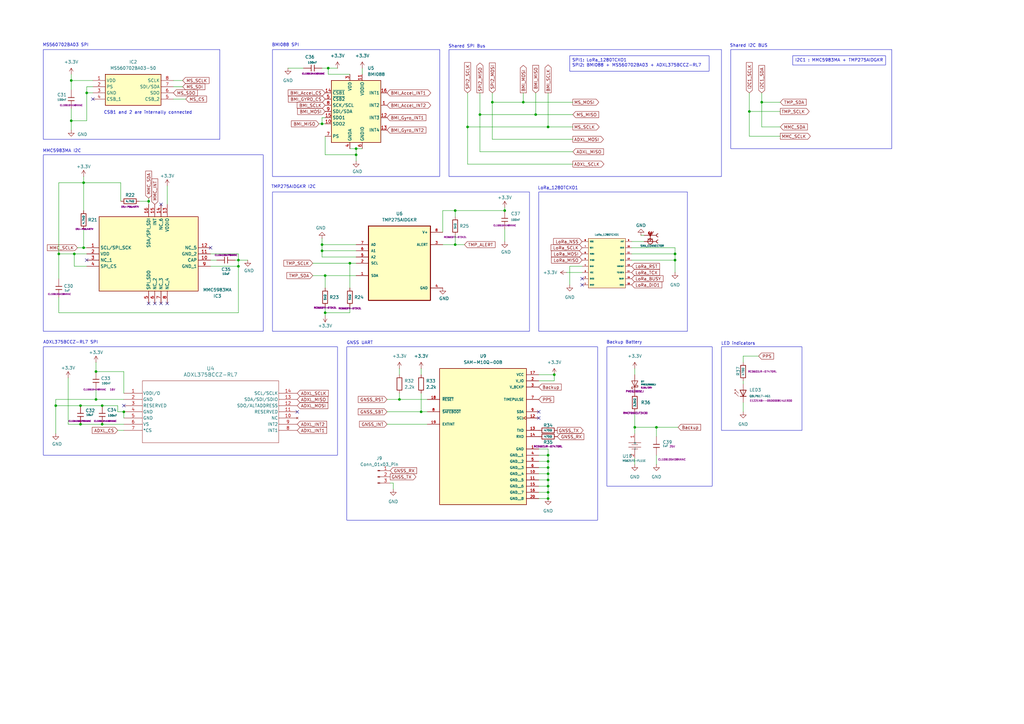
<source format=kicad_sch>
(kicad_sch (version 20250114) (generator "eeschema") (generator_version "9.0")
  (paper "A3")
  (rectangle (start 142.24 142.24) (end 245.11 213.36))
  (rectangle (start 184.15 20.32) (end 295.91 72.39))
  (rectangle (start 17.78 20.32) (end 90.17 57.15))
  (rectangle (start 111.76 20.32) (end 180.34 72.39))
  (rectangle (start 17.78 63.5) (end 107.95 135.89))
  (rectangle (start 295.91 142.24) (end 328.93 176.53))
  (rectangle (start 248.92 142.24) (end 292.1 199.39))
  (rectangle (start 220.98 78.74) (end 281.94 135.89))
  (rectangle (start 111.76 78.74) (end 217.17 135.89))
  (rectangle (start 17.78 142.24) (end 138.43 186.69))
  (rectangle (start 299.72 20.32) (end 365.76 60.96))
  (text "MS560702BA03 SPI" (at 26.924 18.542 0) (effects (font (size 1.27 1.27))))
  (text "LED indicators" (at 302.768 140.97 0) (effects (font (size 1.27 1.27))))
  (text "LoRa_1280TCXO1" (at 228.854 77.216 0) (effects (font (size 1.27 1.27))))
  (text "Shared I2C BUS\n" (at 307.086 18.796 0) (effects (font (size 1.27 1.27))))
  (text "CSB1 and 2 are internally connected\n" (at 60.706 46.228 0) (effects (font (size 1.27 1.27))))
  (text "BMI088 SPI" (at 117.094 18.542 0) (effects (font (size 1.27 1.27))))
  (text "ADXL375BCCZ-RL7 SPI\n" (at 28.956 140.462 0) (effects (font (size 1.27 1.27))))
  (text "Shared SPI Bus" (at 191.516 19.05 0) (effects (font (size 1.27 1.27))))
  (text "TMP275AIDGKR I2C" (at 120.396 76.708 0) (effects (font (size 1.27 1.27))))
  (text "Backup Battery" (at 256.032 140.462 0) (effects (font (size 1.27 1.27))))
  (text "MMC5983MA I2C\n" (at 25.4 61.976 0) (effects (font (size 1.27 1.27))))
  (text "GNSS UART\n" (at 147.574 140.716 0) (effects (font (size 1.27 1.27))))
  (text_box "SPI1: LoRa_1280TCXO1\nSPI2: BMI088 + MS560702BA03 + ADXL375BCCZ-RL7\n" (at 233.68 22.86 0) (size 57.15 6.35) (margins 0.9525 0.9525 0.9525 0.9525) (effects (font (size 1.27 1.27)) (justify left top)))
  (text_box "I2C1 : MMC5983MA + TMP275AIDGKR" (at 325.12 22.86 0) (size 38.1 3.81) (margins 0.9525 0.9525 0.9525 0.9525) (effects (font (size 1.27 1.27)) (justify left top)))
  (junction (at 276.86 106.68))
  (junction (at 29.21 49.53))
  (junction (at 143.51 107.95))
  (junction (at 260.35 175.26))
  (junction (at 269.24 175.26))
  (junction (at 224.79 186.69))
  (junction (at 214.63 41.91))
  (junction (at 132.08 102.87))
  (junction (at 307.34 45.72))
  (junction (at 146.05 63.5))
  (junction (at 191.77 52.07))
  (junction (at 35.56 38.1))
  (junction (at 24.13 104.14))
  (junction (at 39.37 152.4))
  (junction (at 207.01 86.36))
  (junction (at 39.37 163.83))
  (junction (at 132.08 100.33))
  (junction (at 219.71 46.99))
  (junction (at 224.79 196.85))
  (junction (at 224.79 194.31))
  (junction (at 172.72 168.91))
  (junction (at 22.86 166.37))
  (junction (at 186.69 100.33))
  (junction (at 224.79 189.23))
  (junction (at 134.62 27.94))
  (junction (at 50.8 168.91))
  (junction (at 41.91 173.99))
  (junction (at 201.93 41.91))
  (junction (at 133.35 113.03))
  (junction (at 60.96 82.55))
  (junction (at 33.02 166.37))
  (junction (at 186.69 86.36))
  (junction (at 33.02 173.99))
  (junction (at 224.79 201.93))
  (junction (at 30.48 104.14))
  (junction (at 224.79 199.39))
  (junction (at 163.83 163.83))
  (junction (at 97.79 106.68))
  (junction (at 227.33 153.67))
  (junction (at 312.42 41.91))
  (junction (at 34.29 74.93))
  (junction (at 146.05 60.96))
  (junction (at 224.79 52.07))
  (junction (at 41.91 166.37))
  (junction (at 276.86 104.14))
  (junction (at 196.85 46.99))
  (junction (at 34.29 101.6))
  (junction (at 132.08 50.8))
  (junction (at 29.21 33.02))
  (junction (at 133.35 128.27))
  (junction (at 224.79 204.47))
  (junction (at 224.79 191.77))
  (junction (at 97.79 109.22))
  (no_connect (at 35.56 106.68))
  (no_connect (at 121.92 168.91))
  (no_connect (at 220.98 168.91))
  (no_connect (at 66.04 83.82))
  (no_connect (at 60.96 124.46))
  (no_connect (at 68.58 124.46))
  (no_connect (at 238.76 114.3))
  (no_connect (at 63.5 124.46))
  (no_connect (at 66.04 124.46))
  (no_connect (at 220.98 171.45))
  (no_connect (at 38.1 40.64))
  (no_connect (at 50.8 166.37))
  (no_connect (at 86.36 101.6))
  (no_connect (at 238.76 116.84))
  (wire (pts (xy 220.98 153.67) (xy 227.33 153.67)))
  (wire (pts (xy 181.61 95.25) (xy 181.61 86.36)))
  (wire (pts (xy 143.51 30.48) (xy 134.62 30.48)))
  (wire (pts (xy 71.12 33.02) (xy 74.93 33.02)))
  (wire (pts (xy 24.13 74.93) (xy 24.13 104.14)))
  (wire (pts (xy 132.08 102.87) (xy 132.08 100.33)))
  (wire (pts (xy 214.63 38.1) (xy 214.63 41.91)))
  (wire (pts (xy 34.29 72.39) (xy 34.29 74.93)))
  (wire (pts (xy 132.08 102.87) (xy 146.05 102.87)))
  (wire (pts (xy 97.79 128.27) (xy 97.79 109.22)))
  (wire (pts (xy 143.51 128.27) (xy 133.35 128.27)))
  (wire (pts (xy 196.85 62.23) (xy 234.95 62.23)))
  (wire (pts (xy 259.08 104.14) (xy 276.86 104.14)))
  (wire (pts (xy 220.98 186.69) (xy 224.79 186.69)))
  (wire (pts (xy 172.72 161.29) (xy 172.72 168.91)))
  (wire (pts (xy 260.35 168.91) (xy 260.35 175.26)))
  (wire (pts (xy 38.1 38.1) (xy 35.56 38.1)))
  (wire (pts (xy 220.98 189.23) (xy 224.79 189.23)))
  (wire (pts (xy 260.35 175.26) (xy 260.35 177.8)))
  (wire (pts (xy 133.35 48.26) (xy 132.08 48.26)))
  (wire (pts (xy 259.08 99.06) (xy 264.16 99.06)))
  (wire (pts (xy 172.72 151.13) (xy 172.72 153.67)))
  (wire (pts (xy 143.51 60.96) (xy 146.05 60.96)))
  (wire (pts (xy 29.21 53.34) (xy 29.21 49.53)))
  (wire (pts (xy 207.01 85.09) (xy 207.01 86.36)))
  (wire (pts (xy 86.36 106.68) (xy 88.9 106.68)))
  (wire (pts (xy 24.13 74.93) (xy 34.29 74.93)))
  (wire (pts (xy 33.02 166.37) (xy 22.86 166.37)))
  (wire (pts (xy 57.15 82.55) (xy 60.96 82.55)))
  (wire (pts (xy 191.77 38.1) (xy 191.77 52.07)))
  (wire (pts (xy 60.96 81.28) (xy 60.96 82.55)))
  (wire (pts (xy 220.98 194.31) (xy 224.79 194.31)))
  (wire (pts (xy 220.98 199.39) (xy 224.79 199.39)))
  (wire (pts (xy 227.33 156.21) (xy 227.33 153.67)))
  (wire (pts (xy 276.86 106.68) (xy 276.86 111.76)))
  (wire (pts (xy 34.29 93.98) (xy 34.29 101.6)))
  (wire (pts (xy 307.34 55.88) (xy 320.04 55.88)))
  (wire (pts (xy 224.79 194.31) (xy 224.79 196.85)))
  (wire (pts (xy 181.61 86.36) (xy 186.69 86.36)))
  (wire (pts (xy 50.8 163.83) (xy 39.37 163.83)))
  (wire (pts (xy 118.11 27.94) (xy 124.46 27.94)))
  (wire (pts (xy 143.51 107.95) (xy 143.51 118.11)))
  (wire (pts (xy 35.56 38.1) (xy 35.56 49.53)))
  (wire (pts (xy 196.85 38.1) (xy 196.85 46.99)))
  (wire (pts (xy 133.35 128.27) (xy 133.35 129.54)))
  (wire (pts (xy 35.56 35.56) (xy 35.56 38.1)))
  (wire (pts (xy 97.79 109.22) (xy 97.79 106.68)))
  (wire (pts (xy 224.79 184.15) (xy 224.79 186.69)))
  (wire (pts (xy 133.35 125.73) (xy 133.35 128.27)))
  (wire (pts (xy 158.75 173.99) (xy 175.26 173.99)))
  (wire (pts (xy 307.34 38.1) (xy 307.34 45.72)))
  (wire (pts (xy 269.24 175.26) (xy 269.24 179.07)))
  (wire (pts (xy 224.79 186.69) (xy 224.79 189.23)))
  (wire (pts (xy 238.76 109.22) (xy 233.68 109.22)))
  (wire (pts (xy 224.79 52.07) (xy 234.95 52.07)))
  (wire (pts (xy 146.05 100.33) (xy 132.08 100.33)))
  (wire (pts (xy 201.93 57.15) (xy 234.95 57.15)))
  (wire (pts (xy 307.34 45.72) (xy 307.34 55.88)))
  (wire (pts (xy 86.36 109.22) (xy 97.79 109.22)))
  (wire (pts (xy 29.21 33.02) (xy 29.21 36.83)))
  (wire (pts (xy 134.62 27.94) (xy 138.43 27.94)))
  (wire (pts (xy 220.98 184.15) (xy 224.79 184.15)))
  (wire (pts (xy 224.79 201.93) (xy 224.79 204.47)))
  (wire (pts (xy 27.94 173.99) (xy 33.02 173.99)))
  (wire (pts (xy 143.51 107.95) (xy 146.05 107.95)))
  (wire (pts (xy 304.8 146.05) (xy 304.8 148.59)))
  (wire (pts (xy 172.72 168.91) (xy 175.26 168.91)))
  (wire (pts (xy 186.69 86.36) (xy 186.69 88.9)))
  (wire (pts (xy 49.53 74.93) (xy 49.53 82.55)))
  (wire (pts (xy 260.35 151.13) (xy 260.35 153.67)))
  (wire (pts (xy 214.63 41.91) (xy 234.95 41.91)))
  (wire (pts (xy 224.79 191.77) (xy 224.79 194.31)))
  (wire (pts (xy 201.93 38.1) (xy 201.93 41.91)))
  (wire (pts (xy 96.52 106.68) (xy 97.79 106.68)))
  (wire (pts (xy 259.08 101.6) (xy 276.86 101.6)))
  (wire (pts (xy 260.35 187.96) (xy 260.35 190.5)))
  (wire (pts (xy 128.27 107.95) (xy 143.51 107.95)))
  (wire (pts (xy 29.21 49.53) (xy 35.56 49.53)))
  (wire (pts (xy 201.93 41.91) (xy 201.93 57.15)))
  (wire (pts (xy 48.26 176.53) (xy 50.8 176.53)))
  (wire (pts (xy 24.13 104.14) (xy 30.48 104.14)))
  (wire (pts (xy 219.71 46.99) (xy 234.95 46.99)))
  (wire (pts (xy 224.79 189.23) (xy 224.79 191.77)))
  (wire (pts (xy 24.13 121.92) (xy 24.13 128.27)))
  (wire (pts (xy 132.08 50.8) (xy 133.35 50.8)))
  (wire (pts (xy 269.24 175.26) (xy 278.13 175.26)))
  (wire (pts (xy 133.35 55.88) (xy 133.35 63.5)))
  (wire (pts (xy 48.26 166.37) (xy 41.91 166.37)))
  (wire (pts (xy 161.29 198.12) (xy 160.02 198.12)))
  (wire (pts (xy 191.77 67.31) (xy 234.95 67.31)))
  (wire (pts (xy 196.85 46.99) (xy 196.85 62.23)))
  (wire (pts (xy 220.98 201.93) (xy 224.79 201.93)))
  (wire (pts (xy 304.8 165.1) (xy 304.8 168.91)))
  (wire (pts (xy 22.86 166.37) (xy 22.86 177.8)))
  (wire (pts (xy 41.91 173.99) (xy 50.8 173.99)))
  (wire (pts (xy 312.42 41.91) (xy 312.42 52.07)))
  (wire (pts (xy 224.79 196.85) (xy 224.79 199.39)))
  (wire (pts (xy 146.05 60.96) (xy 148.59 60.96)))
  (wire (pts (xy 259.08 106.68) (xy 276.86 106.68)))
  (wire (pts (xy 220.98 204.47) (xy 224.79 204.47)))
  (wire (pts (xy 191.77 52.07) (xy 224.79 52.07)))
  (wire (pts (xy 24.13 114.3) (xy 24.13 104.14)))
  (wire (pts (xy 220.98 191.77) (xy 224.79 191.77)))
  (wire (pts (xy 29.21 44.45) (xy 29.21 49.53)))
  (wire (pts (xy 146.05 60.96) (xy 146.05 63.5)))
  (wire (pts (xy 34.29 101.6) (xy 35.56 101.6)))
  (wire (pts (xy 48.26 168.91) (xy 48.26 166.37)))
  (wire (pts (xy 220.98 196.85) (xy 224.79 196.85)))
  (wire (pts (xy 97.79 104.14) (xy 97.79 106.68)))
  (wire (pts (xy 196.85 46.99) (xy 219.71 46.99)))
  (wire (pts (xy 219.71 38.1) (xy 219.71 46.99)))
  (wire (pts (xy 276.86 101.6) (xy 276.86 104.14)))
  (wire (pts (xy 39.37 148.59) (xy 39.37 152.4)))
  (wire (pts (xy 132.08 27.94) (xy 134.62 27.94)))
  (wire (pts (xy 68.58 76.2) (xy 68.58 83.82)))
  (wire (pts (xy 38.1 35.56) (xy 35.56 35.56)))
  (wire (pts (xy 133.35 113.03) (xy 133.35 118.11)))
  (wire (pts (xy 29.21 30.48) (xy 29.21 33.02)))
  (wire (pts (xy 71.12 35.56) (xy 74.93 35.56)))
  (wire (pts (xy 30.48 104.14) (xy 35.56 104.14)))
  (wire (pts (xy 71.12 40.64) (xy 76.2 40.64)))
  (wire (pts (xy 134.62 30.48) (xy 134.62 27.94)))
  (wire (pts (xy 31.75 101.6) (xy 34.29 101.6)))
  (wire (pts (xy 224.79 199.39) (xy 224.79 201.93)))
  (wire (pts (xy 50.8 152.4) (xy 39.37 152.4)))
  (wire (pts (xy 269.24 175.26) (xy 260.35 175.26)))
  (wire (pts (xy 158.75 163.83) (xy 163.83 163.83)))
  (wire (pts (xy 132.08 48.26) (xy 132.08 50.8)))
  (wire (pts (xy 24.13 128.27) (xy 97.79 128.27)))
  (wire (pts (xy 307.34 45.72) (xy 320.04 45.72)))
  (wire (pts (xy 312.42 52.07) (xy 320.04 52.07)))
  (wire (pts (xy 133.35 63.5) (xy 146.05 63.5)))
  (wire (pts (xy 39.37 160.02) (xy 39.37 163.83)))
  (wire (pts (xy 50.8 168.91) (xy 50.8 171.45)))
  (wire (pts (xy 201.93 41.91) (xy 214.63 41.91)))
  (wire (pts (xy 97.79 106.68) (xy 101.6 106.68)))
  (wire (pts (xy 220.98 156.21) (xy 227.33 156.21)))
  (wire (pts (xy 312.42 38.1) (xy 312.42 41.91)))
  (wire (pts (xy 163.83 163.83) (xy 175.26 163.83)))
  (wire (pts (xy 186.69 100.33) (xy 190.5 100.33)))
  (wire (pts (xy 130.81 50.8) (xy 132.08 50.8)))
  (wire (pts (xy 158.75 168.91) (xy 172.72 168.91)))
  (wire (pts (xy 133.35 113.03) (xy 146.05 113.03)))
  (wire (pts (xy 161.29 200.66) (xy 161.29 198.12)))
  (wire (pts (xy 22.86 163.83) (xy 22.86 166.37)))
  (wire (pts (xy 233.68 109.22) (xy 233.68 116.84)))
  (wire (pts (xy 132.08 105.41) (xy 132.08 102.87)))
  (wire (pts (xy 27.94 154.94) (xy 27.94 173.99)))
  (wire (pts (xy 262.89 96.52) (xy 264.16 96.52)))
  (wire (pts (xy 163.83 161.29) (xy 163.83 163.83)))
  (wire (pts (xy 34.29 74.93) (xy 34.29 86.36)))
  (wire (pts (xy 86.36 104.14) (xy 97.79 104.14)))
  (wire (pts (xy 269.24 186.69) (xy 269.24 190.5)))
  (wire (pts (xy 132.08 105.41) (xy 146.05 105.41)))
  (wire (pts (xy 128.27 113.03) (xy 133.35 113.03)))
  (wire (pts (xy 181.61 100.33) (xy 186.69 100.33)))
  (wire (pts (xy 148.59 27.94) (xy 148.59 30.48)))
  (wire (pts (xy 232.41 111.76) (xy 238.76 111.76)))
  (wire (pts (xy 29.21 33.02) (xy 38.1 33.02)))
  (wire (pts (xy 207.01 93.98) (xy 207.01 99.06)))
  (wire (pts (xy 186.69 96.52) (xy 186.69 100.33)))
  (wire (pts (xy 276.86 104.14) (xy 276.86 106.68)))
  (wire (pts (xy 60.96 82.55) (xy 60.96 83.82)))
  (wire (pts (xy 163.83 153.67) (xy 163.83 151.13)))
  (wire (pts (xy 311.15 146.05) (xy 304.8 146.05)))
  (wire (pts (xy 33.02 173.99) (xy 41.91 173.99)))
  (wire (pts (xy 34.29 74.93) (xy 49.53 74.93)))
  (wire (pts (xy 39.37 163.83) (xy 22.86 163.83)))
  (wire (pts (xy 30.48 109.22) (xy 30.48 104.14)))
  (wire (pts (xy 50.8 168.91) (xy 48.26 168.91)))
  (wire (pts (xy 304.8 156.21) (xy 304.8 157.48)))
  (wire (pts (xy 35.56 109.22) (xy 30.48 109.22)))
  (wire (pts (xy 224.79 38.1) (xy 224.79 52.07)))
  (wire (pts (xy 191.77 52.07) (xy 191.77 67.31)))
  (wire (pts (xy 50.8 161.29) (xy 50.8 152.4)))
  (wire (pts (xy 132.08 100.33) (xy 132.08 97.79)))
  (wire (pts (xy 146.05 63.5) (xy 146.05 66.04)))
  (wire (pts (xy 143.51 125.73) (xy 143.51 128.27)))
  (wire (pts (xy 41.91 166.37) (xy 33.02 166.37)))
  (wire (pts (xy 312.42 41.91) (xy 320.04 41.91)))
  (wire (pts (xy 186.69 86.36) (xy 207.01 86.36)))
  (global_label "GNSS_RX" (shape input) (at 160.02 193.04 0) (property "Intersheetrefs" "${INTERSHEET_REFS}" (effects (hide yes))))
  (global_label "BMI_SCLK" (shape input) (at 133.35 43.18 180) (property "Intersheetrefs" "${INTERSHEET_REFS}" (effects (hide yes))))
  (global_label "TMP_SDA" (shape input) (at 320.04 41.91 0) (property "Intersheetrefs" "${INTERSHEET_REFS}" (effects (hide yes))))
  (global_label "ADXL_INT2" (shape input) (at 121.92 173.99 0) (property "Intersheetrefs" "${INTERSHEET_REFS}" (effects (hide yes))))
  (global_label "LoRa_RST" (shape input) (at 259.08 109.22 0) (property "Intersheetrefs" "${INTERSHEET_REFS}" (effects (hide yes))))
  (global_label "PPS" (shape input) (at 220.98 163.83 0) (property "Intersheetrefs" "${INTERSHEET_REFS}" (effects (hide yes))))
  (global_label "BMI_SCLK" (shape output) (at 224.79 38.1 90) (property "Intersheetrefs" "${INTERSHEET_REFS}" (effects (hide yes))))
  (global_label "LoRa_TCX" (shape input) (at 259.08 111.76 0) (property "Intersheetrefs" "${INTERSHEET_REFS}" (effects (hide yes))))
  (global_label "ADXL_INT1" (shape input) (at 121.92 176.53 0) (property "Intersheetrefs" "${INTERSHEET_REFS}" (effects (hide yes))))
  (global_label "PPS" (shape input) (at 311.15 146.05 0) (property "Intersheetrefs" "${INTERSHEET_REFS}" (effects (hide yes))))
  (global_label "BMI_Accel_INT1" (shape bidirectional) (at 158.75 38.1 0) (property "Intersheetrefs" "${INTERSHEET_REFS}" (effects (hide yes))))
  (global_label "TMP_SCLK" (shape output) (at 320.04 45.72 0) (property "Intersheetrefs" "${INTERSHEET_REFS}" (effects (hide yes))))
  (global_label "MS_SCLK" (shape output) (at 234.95 52.07 0) (property "Intersheetrefs" "${INTERSHEET_REFS}" (effects (hide yes))))
  (global_label "BMI_MISO" (shape input) (at 219.71 38.1 90) (property "Intersheetrefs" "${INTERSHEET_REFS}" (effects (hide yes))))
  (global_label "MMC_INT" (shape input) (at 63.5 83.82 90) (property "Intersheetrefs" "${INTERSHEET_REFS}" (effects (hide yes))))
  (global_label "BMI_Accel_CS" (shape input) (at 133.35 38.1 180) (property "Intersheetrefs" "${INTERSHEET_REFS}" (effects (hide yes))))
  (global_label "MS_MISO" (shape input) (at 234.95 46.99 0) (property "Intersheetrefs" "${INTERSHEET_REFS}" (effects (hide yes))))
  (global_label "LoRa_SCLK" (shape input) (at 238.76 101.6 180) (property "Intersheetrefs" "${INTERSHEET_REFS}" (effects (hide yes))))
  (global_label "ADXL_MOSI" (shape input) (at 121.92 166.37 0) (property "Intersheetrefs" "${INTERSHEET_REFS}" (effects (hide yes))))
  (global_label "MS_MOSI" (shape output) (at 234.95 41.91 0) (property "Intersheetrefs" "${INTERSHEET_REFS}" (effects (hide yes))))
  (global_label "I2C1_SCLK" (shape input) (at 307.34 38.1 90) (property "Intersheetrefs" "${INTERSHEET_REFS}" (effects (hide yes))))
  (global_label "MMC_SDA" (shape input) (at 320.04 52.07 0) (property "Intersheetrefs" "${INTERSHEET_REFS}" (effects (hide yes))))
  (global_label "GNSS_INT" (shape input) (at 158.75 173.99 180) (property "Intersheetrefs" "${INTERSHEET_REFS}" (effects (hide yes))))
  (global_label "MS_SCLK" (shape input) (at 74.93 33.02 0) (property "Intersheetrefs" "${INTERSHEET_REFS}" (effects (hide yes))))
  (global_label "MS_SDI" (shape input) (at 74.93 35.56 0) (property "Intersheetrefs" "${INTERSHEET_REFS}" (effects (hide yes))))
  (global_label "LoRa_BUSY" (shape input) (at 259.08 114.3 0) (property "Intersheetrefs" "${INTERSHEET_REFS}" (effects (hide yes))))
  (global_label "SPI2_MOSI" (shape input) (at 201.93 38.1 90) (property "Intersheetrefs" "${INTERSHEET_REFS}" (effects (hide yes))))
  (global_label "Backup" (shape input) (at 278.13 175.26 0) (property "Intersheetrefs" "${INTERSHEET_REFS}" (effects (hide yes))))
  (global_label "LoRa_DIO1" (shape input) (at 259.08 116.84 0) (property "Intersheetrefs" "${INTERSHEET_REFS}" (effects (hide yes))))
  (global_label "ADXL_SCLK" (shape input) (at 121.92 161.29 0) (property "Intersheetrefs" "${INTERSHEET_REFS}" (effects (hide yes))))
  (global_label "GNSS_RX" (shape input) (at 228.6 179.07 0) (property "Intersheetrefs" "${INTERSHEET_REFS}" (effects (hide yes))))
  (global_label "BMI_MOSI" (shape input) (at 133.35 45.72 180) (property "Intersheetrefs" "${INTERSHEET_REFS}" (effects (hide yes))))
  (global_label "Backup" (shape input) (at 220.98 158.75 0) (property "Intersheetrefs" "${INTERSHEET_REFS}" (effects (hide yes))))
  (global_label "MS_CS" (shape input) (at 76.2 40.64 0) (property "Intersheetrefs" "${INTERSHEET_REFS}" (effects (hide yes))))
  (global_label "BMI_GYRO_CS" (shape input) (at 133.35 40.64 180) (property "Intersheetrefs" "${INTERSHEET_REFS}" (effects (hide yes))))
  (global_label "ADXL_MISO" (shape input) (at 121.92 163.83 0) (property "Intersheetrefs" "${INTERSHEET_REFS}" (effects (hide yes))))
  (global_label "LoRa_MISO" (shape input) (at 238.76 106.68 180) (property "Intersheetrefs" "${INTERSHEET_REFS}" (effects (hide yes))))
  (global_label "ADXL_MOSI" (shape output) (at 234.95 57.15 0) (property "Intersheetrefs" "${INTERSHEET_REFS}" (effects (hide yes))))
  (global_label "BMI_Gyro_INT1" (shape input) (at 158.75 48.26 0) (property "Intersheetrefs" "${INTERSHEET_REFS}" (effects (hide yes))))
  (global_label "LoRa_NSS" (shape input) (at 238.76 99.06 180) (property "Intersheetrefs" "${INTERSHEET_REFS}" (effects (hide yes))))
  (global_label "LoRa_MOSI" (shape input) (at 238.76 104.14 180) (property "Intersheetrefs" "${INTERSHEET_REFS}" (effects (hide yes))))
  (global_label "BMI_Gyro_INT2" (shape input) (at 158.75 53.34 0) (property "Intersheetrefs" "${INTERSHEET_REFS}" (effects (hide yes))))
  (global_label "TMP_ALERT" (shape input) (at 190.5 100.33 0) (property "Intersheetrefs" "${INTERSHEET_REFS}" (effects (hide yes))))
  (global_label "GNSS_TX" (shape output) (at 228.6 176.53 0) (property "Intersheetrefs" "${INTERSHEET_REFS}" (effects (hide yes))))
  (global_label "ADXL_SCLK" (shape output) (at 234.95 67.31 0) (property "Intersheetrefs" "${INTERSHEET_REFS}" (effects (hide yes))))
  (global_label "GNSS_RST" (shape input) (at 158.75 163.83 180) (property "Intersheetrefs" "${INTERSHEET_REFS}" (effects (hide yes))))
  (global_label "MMC_SDA" (shape input) (at 60.96 81.28 90) (property "Intersheetrefs" "${INTERSHEET_REFS}" (effects (hide yes))))
  (global_label "BMI_Accel_INT2" (shape bidirectional) (at 158.75 43.18 0) (property "Intersheetrefs" "${INTERSHEET_REFS}" (effects (hide yes))))
  (global_label "BMI_MISO" (shape input) (at 130.81 50.8 180) (property "Intersheetrefs" "${INTERSHEET_REFS}" (effects (hide yes))))
  (global_label "MS_SDO" (shape input) (at 71.12 38.1 0) (property "Intersheetrefs" "${INTERSHEET_REFS}" (effects (hide yes))))
  (global_label "MMC_SCLK" (shape output) (at 320.04 55.88 0) (property "Intersheetrefs" "${INTERSHEET_REFS}" (effects (hide yes))))
  (global_label "SPI2_SCLK" (shape input) (at 191.77 38.1 90) (property "Intersheetrefs" "${INTERSHEET_REFS}" (effects (hide yes))))
  (global_label "TMP_SCLK" (shape input) (at 128.27 107.95 180) (property "Intersheetrefs" "${INTERSHEET_REFS}" (effects (hide yes))))
  (global_label "MMC_SCLK" (shape input) (at 31.75 101.6 180) (property "Intersheetrefs" "${INTERSHEET_REFS}" (effects (hide yes))))
  (global_label "BMI_MOSI" (shape output) (at 214.63 38.1 90) (property "Intersheetrefs" "${INTERSHEET_REFS}" (effects (hide yes))))
  (global_label "GNSS_TX" (shape output) (at 160.02 195.58 0) (property "Intersheetrefs" "${INTERSHEET_REFS}" (effects (hide yes))))
  (global_label "TMP_SDA" (shape input) (at 128.27 113.03 180) (property "Intersheetrefs" "${INTERSHEET_REFS}" (effects (hide yes))))
  (global_label "ADXL_MISO" (shape input) (at 234.95 62.23 0) (property "Intersheetrefs" "${INTERSHEET_REFS}" (effects (hide yes))))
  (global_label "GNSS_SBT" (shape input) (at 158.75 168.91 180) (property "Intersheetrefs" "${INTERSHEET_REFS}" (effects (hide yes))))
  (global_label "SPI2_MISO" (shape output) (at 196.85 38.1 90) (property "Intersheetrefs" "${INTERSHEET_REFS}" (effects (hide yes))))
  (global_label "ADXL_CS" (shape input) (at 48.26 176.53 180) (property "Intersheetrefs" "${INTERSHEET_REFS}" (effects (hide yes))))
  (global_label "I2C1_SDA" (shape input) (at 312.42 38.1 90) (property "Intersheetrefs" "${INTERSHEET_REFS}" (effects (hide yes))))
  (symbol (lib_id "power:GND") (at 224.79 204.47 0) (unit 1)
    (property "Reference" "#PWR092" (effects (hide yes)))
    (property "Value" "GND" (at 224.79 209.55 0))
    (property "Description" "Power symbol creates a global label with name \"GND\" , ground" (effects (hide yes)))
  )
  (symbol (lib_id "power:+3.3V") (at 27.94 154.94 0) (unit 1)
    (property "Reference" "#PWR056" (effects (hide yes)))
    (property "Value" "+3.3V" (at 27.94 150.876 0))
    (property "Description" "Power symbol creates a global label with name \"+3.3V\"" (effects (hide yes)))
  )
  (symbol (lib_id "PCM_JLCPCB-Capacitors:0402,100nF") (at 41.91 170.18 0) (unit 1)
    (property "Reference" "C34" (at 43.942 168.148 0) (effects (justify left)))
    (property "Value" "100nF" (at 44.196 170.434 0) (effects (font (size 0.8 0.8)) (justify left)))
    (property "Footprint" "PCM_JLCPCB:C_0603" (effects (hide yes)))
    (property "Datasheet" "https://www.lcsc.com/datasheet/lcsc_datasheet_2304140030_Samsung-Electro-Mechanics-CL05B104KO5NNNC_C1525.pdf" (effects (hide yes)))
    (property "Description" "16V 100nF X7R ±10% 0402 Multilayer Ceramic Capacitors MLCC - SMD/SMT ROHS" (effects (hide yes)))
    (property "LCSC" "C1525" (effects (hide yes)))
    (property "Stock" "12931403" (effects (hide yes)))
    (property "Price" "0.004USD" (effects (hide yes)))
    (property "Process" "SMT" (effects (hide yes)))
    (property "Minimum Qty" "20" (effects (hide yes)))
    (property "Attrition Qty" "10" (effects (hide yes)))
    (property "Class" "Basic Component" (effects (hide yes)))
    (property "Category" "Capacitors,Multilayer Ceramic Capacitors MLCC - SMD/SMT" (effects (hide yes)))
    (property "Manufacturer" "Samsung Electro-Mechanics" (effects (hide yes)))
    (property "Part" "CL05B104KO5NNNC" (effects (hide yes)))
    (property "Voltage Rated" "16V" (effects (hide yes)))
    (property "Tolerance" "±10%" (effects (hide yes)))
    (property "Capacitance" "100nF" (effects (hide yes)))
    (property "Temperature Coefficient" "X7R" (effects (hide yes)))
    (property "Digikey Parts" "CL10B104KA8NNNC" (at 43.18 172.72 0) (effects (font (size 0.635 0.635))))
  )
  (symbol (lib_id "PCM_JLCPCB-Capacitors:0402,100nF") (at 39.37 156.21 0) (unit 1)
    (property "Reference" "C33" (at 41.402 155.194 0) (effects (justify left)))
    (property "Value" "100nF" (at 41.656 157.226 0) (effects (font (size 0.8 0.8)) (justify left)))
    (property "Footprint" "PCM_JLCPCB:C_0603" (effects (hide yes)))
    (property "Datasheet" "https://www.lcsc.com/datasheet/lcsc_datasheet_2304140030_Samsung-Electro-Mechanics-CL05B104KO5NNNC_C1525.pdf" (effects (hide yes)))
    (property "Description" "16V 100nF X7R ±10% 0402 Multilayer Ceramic Capacitors MLCC - SMD/SMT ROHS" (effects (hide yes)))
    (property "LCSC" "C1525" (effects (hide yes)))
    (property "Stock" "12931403" (effects (hide yes)))
    (property "Price" "0.004USD" (effects (hide yes)))
    (property "Process" "SMT" (effects (hide yes)))
    (property "Minimum Qty" "20" (effects (hide yes)))
    (property "Attrition Qty" "10" (effects (hide yes)))
    (property "Class" "Basic Component" (effects (hide yes)))
    (property "Category" "Capacitors,Multilayer Ceramic Capacitors MLCC - SMD/SMT" (effects (hide yes)))
    (property "Manufacturer" "Samsung Electro-Mechanics" (effects (hide yes)))
    (property "Part" "CL05B104KO5NNNC" (effects (hide yes)))
    (property "Voltage Rated" "16V" (at 44.958 159.766 0) (effects (font (size 0.8 0.8)) (justify left)))
    (property "Tolerance" "±10%" (effects (hide yes)))
    (property "Capacitance" "100nF" (effects (hide yes)))
    (property "Temperature Coefficient" "X7R" (effects (hide yes)))
    (property "Digikey Parts" "CL10B104KA8NNNC" (at 38.862 159.766 0) (effects (font (size 0.635 0.635))))
  )
  (symbol (lib_id "power:GND") (at 304.8 168.91 0) (unit 1)
    (property "Reference" "#PWR097" (effects (hide yes)))
    (property "Value" "GND" (at 304.8 173.99 0))
    (property "Description" "Power symbol creates a global label with name \"GND\" , ground" (effects (hide yes)))
  )
  (symbol (lib_id "Connector:Conn_01x03_Pin") (at 154.94 195.58 0) (unit 1)
    (property "Reference" "J9" (at 155.575 187.96 0))
    (property "Value" "Conn_01x03_Pin" (at 155.575 190.5 0))
    (property "Footprint" "Connector_PinHeader_2.54mm:PinHeader_1x03_P2.54mm_Vertical" (effects (hide yes)))
    (property "Description" "Generic connector, single row, 01x03, script generated" (effects (hide yes)))
  )
  (symbol (lib_id "power:GND") (at 207.01 99.06 0) (unit 1)
    (property "Reference" "#PWR071" (effects (hide yes)))
    (property "Value" "GND" (at 205.486 103.378 0) (effects (justify left)))
    (property "Description" "Power symbol creates a global label with name \"GND\" , ground" (effects (hide yes)))
  )
  (symbol (lib_id "PCM_JLCPCB-Capacitors:0402,100nF") (at 29.21 40.64 180) (unit 1)
    (property "Reference" "C31" (at 25.4 38.862 0))
    (property "Value" "100nF" (at 25.4 40.894 0) (effects (font (size 0.8 0.8))))
    (property "Footprint" "PCM_JLCPCB:C_0603" (effects (hide yes)))
    (property "Datasheet" "https://www.lcsc.com/datasheet/lcsc_datasheet_2304140030_Samsung-Electro-Mechanics-CL05B104KO5NNNC_C1525.pdf" (effects (hide yes)))
    (property "Description" "16V 100nF X7R ±10% 0402 Multilayer Ceramic Capacitors MLCC - SMD/SMT ROHS" (effects (hide yes)))
    (property "LCSC" "C1525" (effects (hide yes)))
    (property "Stock" "12931403" (effects (hide yes)))
    (property "Price" "0.004USD" (effects (hide yes)))
    (property "Process" "SMT" (effects (hide yes)))
    (property "Minimum Qty" "20" (effects (hide yes)))
    (property "Attrition Qty" "10" (effects (hide yes)))
    (property "Class" "Basic Component" (effects (hide yes)))
    (property "Category" "Capacitors,Multilayer Ceramic Capacitors MLCC - SMD/SMT" (effects (hide yes)))
    (property "Manufacturer" "Samsung Electro-Mechanics" (effects (hide yes)))
    (property "Part" "CL05B104KO5NNNC" (effects (hide yes)))
    (property "Voltage Rated" "16V" (effects (hide yes)))
    (property "Tolerance" "±10%" (effects (hide yes)))
    (property "Capacitance" "100nF" (effects (hide yes)))
    (property "Temperature Coefficient" "X7R" (effects (hide yes)))
    (property "Digikey Parts" "CL10B104KA8NNNC" (at 29.21 43.18 0) (effects (font (size 0.635 0.635))))
  )
  (symbol (lib_id "Device:R") (at 163.83 157.48 0) (unit 1)
    (property "Reference" "R32" (at 165.862 156.21 0) (effects (justify left)))
    (property "Value" "2.2k" (at 165.862 158.75 0) (effects (justify left)))
    (property "Description" "Resistor" (effects (hide yes)))
  )
  (symbol (lib_id "power:GND") (at 262.89 96.52 180) (unit 1)
    (property "Reference" "#PWR074" (effects (hide yes)))
    (property "Value" "GND" (at 262.89 92.456 0))
    (property "Description" "Power symbol creates a global label with name \"GND\" , ground" (effects (hide yes)))
  )
  (symbol (lib_id "power:+3.3V") (at 227.33 153.67 0) (unit 1)
    (property "Reference" "#PWR093" (effects (hide yes)))
    (property "Value" "+3.3V" (at 227.33 148.59 0))
    (property "Description" "Power symbol creates a global label with name \"+3.3V\"" (effects (hide yes)))
  )
  (symbol (lib_id "PCM_JLCPCB-Capacitors:0402,1uF") (at 24.13 118.11 0) (unit 1)
    (property "Reference" "C30" (at 26.162 117.348 0) (effects (justify left)))
    (property "Value" "1uF" (at 26.416 119.126 0) (effects (font (size 0.8 0.8)) (justify left)))
    (property "Footprint" "PCM_JLCPCB:C_0603" (effects (hide yes)))
    (property "Datasheet" "https://www.lcsc.com/datasheet/lcsc_datasheet_2304140030_Samsung-Electro-Mechanics-CL05A105KA5NQNC_C52923.pdf" (effects (hide yes)))
    (property "Description" "25V 1uF X5R ±10% 0402 Multilayer Ceramic Capacitors MLCC - SMD/SMT ROHS" (effects (hide yes)))
    (property "LCSC" "C52923" (effects (hide yes)))
    (property "Stock" "4952869" (effects (hide yes)))
    (property "Price" "0.006USD" (effects (hide yes)))
    (property "Process" "SMT" (effects (hide yes)))
    (property "Minimum Qty" "20" (effects (hide yes)))
    (property "Attrition Qty" "10" (effects (hide yes)))
    (property "Class" "Basic Component" (effects (hide yes)))
    (property "Category" "Capacitors,Multilayer Ceramic Capacitors MLCC - SMD/SMT" (effects (hide yes)))
    (property "Manufacturer" "Samsung Electro-Mechanics" (effects (hide yes)))
    (property "Part" "CL05A105KA5NQNC" (effects (hide yes)))
    (property "Voltage Rated" "25V" (effects (hide yes)))
    (property "Tolerance" "±10%" (effects (hide yes)))
    (property "Capacitance" "1uF" (effects (hide yes)))
    (property "Temperature Coefficient" "X5R" (effects (hide yes)))
    (property "Digikey Parts" "CL10B105KO8NNNC" (at 24.384 120.65 0) (effects (font (size 0.635 0.635))))
  )
  (symbol (lib_id "power:GND") (at 132.08 97.79 180) (unit 1)
    (property "Reference" "#PWR064" (effects (hide yes)))
    (property "Value" "GND" (at 133.604 93.472 0) (effects (justify left)))
    (property "Description" "Power symbol creates a global label with name \"GND\" , ground" (effects (hide yes)))
  )
  (symbol (lib_id "PCM_JLCPCB-Resistors:0402,470Ω") (at 224.79 176.53 90) (unit 1)
    (property "Reference" "R34" (at 224.79 174.498 90))
    (property "Value" "470Ω" (at 224.79 176.53 90) (effects (font (size 0.8 0.8))))
    (property "Footprint" "PCM_JLCPCB:R_0603" (effects (hide yes)))
    (property "Datasheet" "https://www.lcsc.com/datasheet/lcsc_datasheet_2205311900_UNI-ROYAL-Uniroyal-Elec-0402WGF4700TCE_C25117.pdf" (effects (hide yes)))
    (property "Description" "62.5mW Thick Film Resistors 50V ±100ppm/°C ±1% 470Ω 0402 Chip Resistor - Surface Mount ROHS" (effects (hide yes)))
    (property "LCSC" "C25117" (effects (hide yes)))
    (property "Stock" "591787" (effects (hide yes)))
    (property "Price" "0.004USD" (effects (hide yes)))
    (property "Process" "SMT" (effects (hide yes)))
    (property "Minimum Qty" "20" (effects (hide yes)))
    (property "Attrition Qty" "10" (effects (hide yes)))
    (property "Class" "Basic Component" (effects (hide yes)))
    (property "Category" "Resistors,Chip Resistor - Surface Mount" (effects (hide yes)))
    (property "Manufacturer" "UNI-ROYAL(Uniroyal Elec)" (effects (hide yes)))
    (property "Part" "0402WGF4700TCE" (effects (hide yes)))
    (property "Resistance" "470Ω" (effects (hide yes)))
    (property "Power(Watts)" "62.5mW" (effects (hide yes)))
    (property "Type" "Thick Film Resistors" (effects (hide yes)))
    (property "Overload Voltage (Max)" "50V" (effects (hide yes)))
    (property "Operating Temperature Range" "-55°C~+155°C" (effects (hide yes)))
    (property "Tolerance" "±1%" (effects (hide yes)))
    (property "Temperature Coefficient" "±100ppm/°C" (effects (hide yes)))
    (property "Digikey Parts" "RC0603JR-07470RL" (effects (hide yes)))
  )
  (symbol (lib_id "PCM_JLCPCB-Capacitors:0402,10uF") (at 92.71 106.68 90) (unit 1)
    (property "Reference" "C35" (at 92.71 110.49 90))
    (property "Value" "10uF" (at 92.71 112.268 90) (effects (font (size 0.8 0.8))))
    (property "Footprint" "PCM_JLCPCB:C_0603" (effects (hide yes)))
    (property "Datasheet" "https://www.lcsc.com/datasheet/lcsc_datasheet_2208231630_Samsung-Electro-Mechanics-CL05A106MQ5NUNC_C15525.pdf" (effects (hide yes)))
    (property "Description" "6.3V 10uF X5R ±20% 0402 Multilayer Ceramic Capacitors MLCC - SMD/SMT ROHS" (effects (hide yes)))
    (property "LCSC" "C15525" (effects (hide yes)))
    (property "Stock" "2048985" (effects (hide yes)))
    (property "Price" "0.007USD" (effects (hide yes)))
    (property "Process" "SMT" (effects (hide yes)))
    (property "Minimum Qty" "20" (effects (hide yes)))
    (property "Attrition Qty" "10" (effects (hide yes)))
    (property "Class" "Basic Component" (effects (hide yes)))
    (property "Category" "Capacitors,Multilayer Ceramic Capacitors MLCC - SMD/SMT" (effects (hide yes)))
    (property "Manufacturer" "Samsung Electro-Mechanics" (effects (hide yes)))
    (property "Part" "CL05A106MQ5NUNC" (effects (hide yes)))
    (property "Voltage Rated" "6.3V" (effects (hide yes)))
    (property "Tolerance" "±20%" (effects (hide yes)))
    (property "Capacitance" "10uF" (effects (hide yes)))
    (property "Temperature Coefficient" "X5R" (effects (hide yes)))
    (property "Digikey Parts" "CL10A106KP8NNNC" (at 92.71 104.648 90) (effects (font (size 0.635 0.635))))
  )
  (symbol (lib_id "power:GND") (at 260.35 190.5 0) (unit 1)
    (property "Reference" "#PWR095" (effects (hide yes)))
    (property "Value" "GND" (at 260.35 195.58 0))
    (property "Description" "Power symbol creates a global label with name \"GND\" , ground" (effects (hide yes)))
  )
  (symbol (lib_id "PCM_JLCPCB-Resistors:0402,470Ω") (at 304.8 152.4 0) (unit 1)
    (property "Reference" "R37" (at 302.768 154.178 90) (effects (justify left)))
    (property "Value" "470Ω" (at 304.8 152.4 90) (effects (font (size 0.8 0.8))))
    (property "Footprint" "PCM_JLCPCB:R_0603" (effects (hide yes)))
    (property "Datasheet" "https://www.lcsc.com/datasheet/lcsc_datasheet_2205311900_UNI-ROYAL-Uniroyal-Elec-0402WGF4700TCE_C25117.pdf" (effects (hide yes)))
    (property "Description" "62.5mW Thick Film Resistors 50V ±100ppm/°C ±1% 470Ω 0402 Chip Resistor - Surface Mount ROHS" (effects (hide yes)))
    (property "LCSC" "C25117" (effects (hide yes)))
    (property "Stock" "591787" (effects (hide yes)))
    (property "Price" "0.004USD" (effects (hide yes)))
    (property "Process" "SMT" (effects (hide yes)))
    (property "Minimum Qty" "20" (effects (hide yes)))
    (property "Attrition Qty" "10" (effects (hide yes)))
    (property "Class" "Basic Component" (effects (hide yes)))
    (property "Category" "Resistors,Chip Resistor - Surface Mount" (effects (hide yes)))
    (property "Manufacturer" "UNI-ROYAL(Uniroyal Elec)" (effects (hide yes)))
    (property "Part" "0402WGF4700TCE" (effects (hide yes)))
    (property "Resistance" "470Ω" (effects (hide yes)))
    (property "Power(Watts)" "62.5mW" (effects (hide yes)))
    (property "Type" "Thick Film Resistors" (effects (hide yes)))
    (property "Overload Voltage (Max)" "50V" (effects (hide yes)))
    (property "Operating Temperature Range" "-55°C~+155°C" (effects (hide yes)))
    (property "Tolerance" "±1%" (effects (hide yes)))
    (property "Temperature Coefficient" "±100ppm/°C" (effects (hide yes)))
    (property "Digikey Parts" "RC0603JR-07470RL" (at 312.674 152.4 0) (effects (font (size 0.762 0.762))))
  )
  (symbol (lib_id "power:GND") (at 22.86 177.8 0) (unit 1)
    (property "Reference" "#PWR055" (effects (hide yes)))
    (property "Value" "GND" (at 21.336 182.118 0) (effects (justify left)))
    (property "Description" "Power symbol creates a global label with name \"GND\" , ground" (effects (hide yes)))
  )
  (symbol (lib_id "power:+3.3V") (at 133.35 129.54 180) (unit 1)
    (property "Reference" "#PWR065" (effects (hide yes)))
    (property "Value" "+3.3V" (at 133.35 133.604 0))
    (property "Description" "Power symbol creates a global label with name \"+3.3V\"" (effects (hide yes)))
  )
  (symbol (lib_id "PCM_JLCPCB-Resistors:0402,2.2kΩ") (at 133.35 121.92 0) (unit 1)
    (property "Reference" "R23" (at 135.128 121.92 0) (effects (justify left)))
    (property "Value" "5kΩ" (at 133.35 121.92 90) (effects (font (size 0.8 0.8))))
    (property "Footprint" "PCM_JLCPCB:R_0603" (effects (hide yes)))
    (property "Datasheet" "https://www.lcsc.com/datasheet/lcsc_datasheet_2206010045_UNI-ROYAL-Uniroyal-Elec-0402WGF2201TCE_C25879.pdf" (effects (hide yes)))
    (property "Description" "62.5mW Thick Film Resistors 50V ±100ppm/°C ±1% 2.2kΩ 0402 Chip Resistor - Surface Mount ROHS" (effects (hide yes)))
    (property "LCSC" "C25879" (effects (hide yes)))
    (property "Stock" "942115" (effects (hide yes)))
    (property "Price" "0.004USD" (effects (hide yes)))
    (property "Process" "SMT" (effects (hide yes)))
    (property "Minimum Qty" "20" (effects (hide yes)))
    (property "Attrition Qty" "10" (effects (hide yes)))
    (property "Class" "Basic Component" (effects (hide yes)))
    (property "Category" "Resistors,Chip Resistor - Surface Mount" (effects (hide yes)))
    (property "Manufacturer" "UNI-ROYAL(Uniroyal Elec)" (effects (hide yes)))
    (property "Part" "0402WGF2201TCE" (effects (hide yes)))
    (property "Resistance" "2.2kΩ" (effects (hide yes)))
    (property "Power(Watts)" "62.5mW" (effects (hide yes)))
    (property "Type" "Thick Film Resistors" (effects (hide yes)))
    (property "Overload Voltage (Max)" "50V" (effects (hide yes)))
    (property "Operating Temperature Range" "-55°C~+155°C" (effects (hide yes)))
    (property "Tolerance" "±1%" (effects (hide yes)))
    (property "Temperature Coefficient" "±100ppm/°C" (effects (hide yes)))
    (property "Digikey Parts" "RC0603FR-072K2L" (at 133.35 126.238 0) (effects (font (size 0.635 0.635))))
  )
  (symbol (lib_id "PCM_JLCPCB-Resistors:0402,470Ω") (at 224.79 179.07 90) (unit 1)
    (property "Reference" "R35" (at 224.79 181.356 90))
    (property "Value" "470Ω" (at 224.79 179.07 90) (effects (font (size 0.8 0.8))))
    (property "Footprint" "PCM_JLCPCB:R_0603" (effects (hide yes)))
    (property "Datasheet" "https://www.lcsc.com/datasheet/lcsc_datasheet_2205311900_UNI-ROYAL-Uniroyal-Elec-0402WGF4700TCE_C25117.pdf" (effects (hide yes)))
    (property "Description" "62.5mW Thick Film Resistors 50V ±100ppm/°C ±1% 470Ω 0402 Chip Resistor - Surface Mount ROHS" (effects (hide yes)))
    (property "LCSC" "C25117" (effects (hide yes)))
    (property "Stock" "591787" (effects (hide yes)))
    (property "Price" "0.004USD" (effects (hide yes)))
    (property "Process" "SMT" (effects (hide yes)))
    (property "Minimum Qty" "20" (effects (hide yes)))
    (property "Attrition Qty" "10" (effects (hide yes)))
    (property "Class" "Basic Component" (effects (hide yes)))
    (property "Category" "Resistors,Chip Resistor - Surface Mount" (effects (hide yes)))
    (property "Manufacturer" "UNI-ROYAL(Uniroyal Elec)" (effects (hide yes)))
    (property "Part" "0402WGF4700TCE" (effects (hide yes)))
    (property "Resistance" "470Ω" (effects (hide yes)))
    (property "Power(Watts)" "62.5mW" (effects (hide yes)))
    (property "Type" "Thick Film Resistors" (effects (hide yes)))
    (property "Overload Voltage (Max)" "50V" (effects (hide yes)))
    (property "Operating Temperature Range" "-55°C~+155°C" (effects (hide yes)))
    (property "Tolerance" "±1%" (effects (hide yes)))
    (property "Temperature Coefficient" "±100ppm/°C" (effects (hide yes)))
    (property "Digikey Parts" "RC0603JR-07470RL" (at 224.79 183.134 90) (effects (font (size 0.762 0.762))))
  )
  (symbol (lib_id "power:GND") (at 118.11 27.94 0) (unit 1)
    (property "Reference" "#PWR063" (effects (hide yes)))
    (property "Value" "GND" (at 118.11 33.02 0))
    (property "Description" "Power symbol creates a global label with name \"GND\" , ground" (effects (hide yes)))
  )
  (symbol (lib_id "EasyEDA:MS621FE-FL11E") (at 260.35 182.88 270) (unit 1)
    (property "Reference" "U10" (at 255.27 187.0709 90) (effects (justify left)))
    (property "Value" "MS621FE-FL11E" (at 255.27 188.976 90) (effects (font (size 0.762 0.762)) (justify left)))
    (property "Footprint" "EasyEDA:BAT-SMD_FL11E" (effects (hide yes)))
    (property "LCSC Part" "C80909" (effects (hide yes)))
  )
  (symbol (lib_id "PCM_JLCPCB-Resistors:0402,4.7kΩ") (at 53.34 82.55 90) (unit 1)
    (property "Reference" "R22" (at 53.34 80.01 90))
    (property "Value" "4.7kΩ" (at 53.34 82.55 90) (effects (font (size 0.8 0.8))))
    (property "Footprint" "PCM_JLCPCB:R_0603" (effects (hide yes)))
    (property "Datasheet" "https://www.lcsc.com/datasheet/lcsc_datasheet_2206010045_UNI-ROYAL-Uniroyal-Elec-0402WGF4701TCE_C25900.pdf" (effects (hide yes)))
    (property "Description" "62.5mW Thick Film Resistors 50V ±100ppm/°C ±1% 4.7kΩ 0402 Chip Resistor - Surface Mount ROHS" (effects (hide yes)))
    (property "LCSC" "C25900" (effects (hide yes)))
    (property "Stock" "4388716" (effects (hide yes)))
    (property "Price" "0.004USD" (effects (hide yes)))
    (property "Process" "SMT" (effects (hide yes)))
    (property "Minimum Qty" "20" (effects (hide yes)))
    (property "Attrition Qty" "10" (effects (hide yes)))
    (property "Class" "Basic Component" (effects (hide yes)))
    (property "Category" "Resistors,Chip Resistor - Surface Mount" (effects (hide yes)))
    (property "Manufacturer" "UNI-ROYAL(Uniroyal Elec)" (effects (hide yes)))
    (property "Part" "0402WGF4701TCE" (effects (hide yes)))
    (property "Resistance" "4.7kΩ" (effects (hide yes)))
    (property "Power(Watts)" "62.5mW" (effects (hide yes)))
    (property "Type" "Thick Film Resistors" (effects (hide yes)))
    (property "Overload Voltage (Max)" "50V" (effects (hide yes)))
    (property "Operating Temperature Range" "-55°C~+155°C" (effects (hide yes)))
    (property "Tolerance" "±1%" (effects (hide yes)))
    (property "Temperature Coefficient" "±100ppm/°C" (effects (hide yes)))
    (property "Digikey Parts" "ERJ-P06J4R7V" (at 53.34 84.836 90) (effects (font (size 0.635 0.635))))
  )
  (symbol (lib_id "MMC5983MA:MMC5983MA") (at 60.96 124.46 90) (unit 1)
    (property "Reference" "IC3" (at 89.154 121.412 90))
    (property "Value" "MMC5983MA" (at 89.154 118.872 90))
    (property "Footprint" "MMC5983MA" (effects (hide yes)))
    (property "Description" "3-AXIS MAGNETIC SENSOR" (effects (hide yes)))
    (property "Height" "1" (effects (hide yes)))
    (property "Mouser Part Number" "438-MMC5983MA" (effects (hide yes)))
    (property "Mouser Price/Stock" "https://www.mouser.co.uk/ProductDetail/MEMSIC/MMC5983MA?qs=B6kkDfuK7%2FD5qasHMdEt2g%3D%3D" (effects (hide yes)))
    (property "Manufacturer_Name" "MEMSIC" (effects (hide yes)))
    (property "Manufacturer_Part_Number" "MMC5983MA" (effects (hide yes)))
  )
  (symbol (lib_id "power:+3.3V") (at 39.37 148.59 0) (unit 1)
    (property "Reference" "#PWR060" (effects (hide yes)))
    (property "Value" "+3.3V" (at 39.37 144.526 0))
    (property "Description" "Power symbol creates a global label with name \"+3.3V\"" (effects (hide yes)))
  )
  (symbol (lib_id "power:+3.3V") (at 29.21 30.48 0) (unit 1)
    (property "Reference" "#PWR057" (effects (hide yes)))
    (property "Value" "+3.3V" (at 29.21 25.4 0))
    (property "Description" "Power symbol creates a global label with name \"+3.3V\"" (effects (hide yes)))
  )
  (symbol (lib_id "power:+3.3V") (at 138.43 27.94 0) (unit 1)
    (property "Reference" "#PWR066" (effects (hide yes)))
    (property "Value" "+3.3V" (at 138.43 22.86 0))
    (property "Description" "Power symbol creates a global label with name \"+3.3V\"" (effects (hide yes)))
  )
  (symbol (lib_id "power:GND") (at 276.86 111.76 0) (unit 1)
    (property "Reference" "#PWR075" (effects (hide yes)))
    (property "Value" "GND" (at 276.86 116.84 0))
    (property "Description" "Power symbol creates a global label with name \"GND\" , ground" (effects (hide yes)))
  )
  (symbol (lib_id "PCM_JLCPCB-Capacitors:0402,1uF") (at 269.24 182.88 0) (unit 1)
    (property "Reference" "C39" (at 271.78 181.356 0) (effects (justify left)))
    (property "Value" "1uF" (at 271.78 182.88 0) (effects (font (size 0.8 0.8)) (justify left)))
    (property "Footprint" "PCM_JLCPCB:C_0603" (effects (hide yes)))
    (property "Datasheet" "https://www.lcsc.com/datasheet/lcsc_datasheet_2304140030_Samsung-Electro-Mechanics-CL05A105KA5NQNC_C52923.pdf" (effects (hide yes)))
    (property "Description" "25V 1uF X5R ±10% 0402 Multilayer Ceramic Capacitors MLCC - SMD/SMT ROHS" (effects (hide yes)))
    (property "LCSC" "C52923" (effects (hide yes)))
    (property "Stock" "4952869" (effects (hide yes)))
    (property "Price" "0.006USD" (effects (hide yes)))
    (property "Process" "SMT" (effects (hide yes)))
    (property "Minimum Qty" "20" (effects (hide yes)))
    (property "Attrition Qty" "10" (effects (hide yes)))
    (property "Class" "Basic Component" (effects (hide yes)))
    (property "Category" "Capacitors,Multilayer Ceramic Capacitors MLCC - SMD/SMT" (effects (hide yes)))
    (property "Manufacturer" "Samsung Electro-Mechanics" (effects (hide yes)))
    (property "Part" "CL05A105KA5NQNC" (effects (hide yes)))
    (property "Voltage Rated" "25V" (at 274.574 183.134 0) (effects (font (size 0.8 0.8)) (justify left)))
    (property "Tolerance" "±10%" (effects (hide yes)))
    (property "Capacitance" "1uF" (effects (hide yes)))
    (property "Temperature Coefficient" "X5R" (effects (hide yes)))
    (property "Digikey Parts" "CL10B105KO8NNNC" (at 275.59 188.468 0) (effects (font (size 0.762 0.762))))
  )
  (symbol (lib_id "power:+3.3V") (at 172.72 151.13 0) (unit 1)
    (property "Reference" "#PWR091" (effects (hide yes)))
    (property "Value" "+3.3V" (at 172.72 146.05 0))
    (property "Description" "Power symbol creates a global label with name \"+3.3V\"" (effects (hide yes)))
  )
  (symbol (lib_id "TMP275AIDGKR:TMP275AIDGKR") (at 163.83 107.95 0) (unit 1)
    (property "Reference" "U6" (at 163.83 87.63 0))
    (property "Value" "TMP275AIDGKR" (at 163.83 90.17 0))
    (property "Footprint" "TMP275AIDGKR:SOP65P490X110-8N" (effects (hide yes)))
  )
  (symbol (lib_id "power:GND") (at 161.29 200.66 0) (mirror y) (unit 1)
    (property "Reference" "#PWR089" (effects (hide yes)))
    (property "Value" "GND" (at 161.29 205.74 0))
    (property "Description" "Power symbol creates a global label with name \"GND\" , ground" (effects (hide yes)))
  )
  (symbol (lib_id "power:+3.3V") (at 68.58 76.2 0) (unit 1)
    (property "Reference" "#PWR061" (effects (hide yes)))
    (property "Value" "+3.3V" (at 68.58 72.136 0))
    (property "Description" "Power symbol creates a global label with name \"+3.3V\"" (effects (hide yes)))
  )
  (symbol (lib_id "PCM_JLCPCB-Resistors:0402,4.7kΩ") (at 34.29 90.17 180) (unit 1)
    (property "Reference" "R21" (at 36.068 90.17 0) (effects (justify right)))
    (property "Value" "4.7kΩ" (at 34.29 90.17 90) (effects (font (size 0.8 0.8))))
    (property "Footprint" "PCM_JLCPCB:R_0603" (effects (hide yes)))
    (property "Datasheet" "https://www.lcsc.com/datasheet/lcsc_datasheet_2206010045_UNI-ROYAL-Uniroyal-Elec-0402WGF4701TCE_C25900.pdf" (effects (hide yes)))
    (property "Description" "62.5mW Thick Film Resistors 50V ±100ppm/°C ±1% 4.7kΩ 0402 Chip Resistor - Surface Mount ROHS" (effects (hide yes)))
    (property "LCSC" "C25900" (effects (hide yes)))
    (property "Stock" "4388716" (effects (hide yes)))
    (property "Price" "0.004USD" (effects (hide yes)))
    (property "Process" "SMT" (effects (hide yes)))
    (property "Minimum Qty" "20" (effects (hide yes)))
    (property "Attrition Qty" "10" (effects (hide yes)))
    (property "Class" "Basic Component" (effects (hide yes)))
    (property "Category" "Resistors,Chip Resistor - Surface Mount" (effects (hide yes)))
    (property "Manufacturer" "UNI-ROYAL(Uniroyal Elec)" (effects (hide yes)))
    (property "Part" "0402WGF4701TCE" (effects (hide yes)))
    (property "Resistance" "4.7kΩ" (effects (hide yes)))
    (property "Power(Watts)" "62.5mW" (effects (hide yes)))
    (property "Type" "Thick Film Resistors" (effects (hide yes)))
    (property "Overload Voltage (Max)" "50V" (effects (hide yes)))
    (property "Operating Temperature Range" "-55°C~+155°C" (effects (hide yes)))
    (property "Tolerance" "±1%" (effects (hide yes)))
    (property "Temperature Coefficient" "±100ppm/°C" (effects (hide yes)))
    (property "Digikey Parts" "ERJ-P06J4R7V" (at 30.988 93.98 0) (effects (font (size 0.635 0.635)) (justify right)))
  )
  (symbol (lib_id "MS560702BA03-50:MS560702BA03-50") (at 38.1 33.02 0) (unit 1)
    (property "Reference" "IC2" (at 54.61 25.4 0))
    (property "Value" "MS560702BA03-50" (at 54.61 27.94 0))
    (property "Footprint" "MS5607-02BA03" (effects (hide yes)))
    (property "Datasheet" "https://www.te.com/commerce/DocumentDelivery/DDEController?Action=srchrtrv&DocNm=MS5607-02BA03&DocType=Data%20Sheet&DocLang=English&PartCntxt=MS560702BA03-50&DocFormat=pdf" (effects (hide yes)))
    (property "Description" "Dimensions: Dimensions 3 x 3 x 0.9 MM | Dimensions .11 x .11 x 0.03 INCH | Electrical Characteristics: Board Level Pressure Sensor Supply Voltage 1.5  3.6 V | Operation/Application: Resolution .016 | Output/Span 24 bit ADC | Board Level Pressure Sensor Accuracy +/-4mbar | Other: Sensor Options No Option | Packaging Features: Board Level Pressure Sensor Package Surface Mountable | Product Type Features: Board Level Pressure Sensor Style Absolute | Board Level Pressure Sensor Type Digital Pressure and Altim" (effects (hide yes)))
    (property "Mouser Part Number" "824-MS560702BA03-50" (effects (hide yes)))
    (property "Mouser Price/Stock" "https://www.mouser.co.uk/ProductDetail/Measurement-Specialties/MS560702BA03-50?qs=urSpXqmdEVImCZG1H%252BT8ng%3D%3D" (effects (hide yes)))
    (property "Manufacturer_Name" "TE Connectivity" (effects (hide yes)))
    (property "Manufacturer_Part_Number" "MS560702BA03-50" (effects (hide yes)))
  )
  (symbol (lib_id "PCM_JLCPCB-Capacitors:0402,100nF") (at 207.01 90.17 0) (unit 1)
    (property "Reference" "C37" (at 209.55 87.6299 0) (effects (justify left)))
    (property "Value" "100nF" (at 209.55 90.17 0) (effects (font (size 0.8 0.8)) (justify left)))
    (property "Footprint" "PCM_JLCPCB:C_0603" (effects (hide yes)))
    (property "Datasheet" "https://www.lcsc.com/datasheet/lcsc_datasheet_2304140030_Samsung-Electro-Mechanics-CL05B104KO5NNNC_C1525.pdf" (effects (hide yes)))
    (property "Description" "16V 100nF X7R ±10% 0402 Multilayer Ceramic Capacitors MLCC - SMD/SMT ROHS" (effects (hide yes)))
    (property "LCSC" "C1525" (effects (hide yes)))
    (property "Stock" "12931403" (effects (hide yes)))
    (property "Price" "0.004USD" (effects (hide yes)))
    (property "Process" "SMT" (effects (hide yes)))
    (property "Minimum Qty" "20" (effects (hide yes)))
    (property "Attrition Qty" "10" (effects (hide yes)))
    (property "Class" "Basic Component" (effects (hide yes)))
    (property "Category" "Capacitors,Multilayer Ceramic Capacitors MLCC - SMD/SMT" (effects (hide yes)))
    (property "Manufacturer" "Samsung Electro-Mechanics" (effects (hide yes)))
    (property "Part" "CL05B104KO5NNNC" (effects (hide yes)))
    (property "Voltage Rated" "16V" (effects (hide yes)))
    (property "Tolerance" "±10%" (effects (hide yes)))
    (property "Capacitance" "100nF" (effects (hide yes)))
    (property "Temperature Coefficient" "X7R" (effects (hide yes)))
    (property "Digikey Parts" "CL10B104KA8NNNC" (at 207.01 92.456 0) (effects (font (size 0.635 0.635))))
  )
  (symbol (lib_id "power:GND") (at 29.21 53.34 0) (unit 1)
    (property "Reference" "#PWR058" (effects (hide yes)))
    (property "Value" "GND" (at 33.782 55.118 0))
    (property "Description" "Power symbol creates a global label with name \"GND\" , ground" (effects (hide yes)))
  )
  (symbol (lib_id "power:GND") (at 101.6 106.68 0) (unit 1)
    (property "Reference" "#PWR062" (effects (hide yes)))
    (property "Value" "GND" (at 100.076 110.998 0) (effects (justify left)))
    (property "Description" "Power symbol creates a global label with name \"GND\" , ground" (effects (hide yes)))
  )
  (symbol (lib_id "power:+3.3V") (at 148.59 27.94 0) (unit 1)
    (property "Reference" "#PWR068" (effects (hide yes)))
    (property "Value" "+3.3V" (at 148.59 22.86 0))
    (property "Description" "Power symbol creates a global label with name \"+3.3V\"" (effects (hide yes)))
  )
  (symbol (lib_id "SMA_CONNECTOR:SMA_CONNECTOR") (at 266.7 99.06 180) (unit 1)
    (property "Reference" "J7" (effects (hide yes)))
    (property "Value" "SMA_CONNECTOR" (at 262.636 100.838 0) (effects (font (size 0.762 0.762)) (justify right)))
    (property "Footprint" "SMA_CONNECTOR:LPRS_SMA_CONNECTOR" (effects (hide yes)))
    (property "MF" "LPRS" (effects (hide yes)))
    (property "MAXIMUM_PACKAGE_HEIGHT" "8.3 mm" (effects (hide yes)))
    (property "Package" "None" (effects (hide yes)))
    (property "Price" "None" (effects (hide yes)))
    (property "Check_prices" "https://www.snapeda.com/parts/SMA%20CONNECTOR/LPRS/view-part/?ref=eda" (effects (hide yes)))
    (property "STANDARD" "Manufacturer Recommendations" (effects (hide yes)))
    (property "PARTREV" "1.3" (effects (hide yes)))
    (property "SnapEDA_Link" "https://www.snapeda.com/parts/SMA%20CONNECTOR/LPRS/view-part/?ref=snap" (effects (hide yes)))
    (property "MP" "SMA CONNECTOR" (effects (hide yes)))
    (property "Description_1" "RF Coaxial Straight SMA Connector" (effects (hide yes)))
    (property "Availability" "In Stock" (effects (hide yes)))
    (property "MANUFACTURER" "LPRS" (effects (hide yes)))
  )
  (symbol (lib_id "Diode:PMEG2005EJ") (at 260.35 157.48 90) (unit 1)
    (property "Reference" "D7" (at 262.89 156.5274 90) (effects (font (size 0.635 0.635)) (justify right)))
    (property "Value" "PMEG2005EJ" (at 262.89 157.734 90) (effects (font (size 0.635 0.635)) (justify right)))
    (property "Footprint" "Diode_SMD:D_SOD-323F" (effects (hide yes)))
    (property "Datasheet" "https://assets.nexperia.com/documents/data-sheet/PMEGXX05EH_EJ_SER.pdf" (effects (hide yes)))
    (property "Description" "20V, 500mA very low Vf MEGA Schottky barrier rectifier, SOD-323F" (effects (hide yes)))
    (property "Ratings" "0.5A/20V" (at 265.176 159.004 90) (effects (font (size 0.635 0.635))))
    (property "Digikey Parts" "PMEG2005EJ" (at 260.35 160.528 90) (effects (font (size 0.762 0.762))))
  )
  (symbol (lib_id "power:+3.3V") (at 163.83 151.13 0) (unit 1)
    (property "Reference" "#PWR090" (effects (hide yes)))
    (property "Value" "+3.3V" (at 163.83 146.05 0))
    (property "Description" "Power symbol creates a global label with name \"+3.3V\"" (effects (hide yes)))
  )
  (symbol (lib_id "PCM_JLCPCB-Capacitors:0402,10uF") (at 33.02 170.18 0) (unit 1)
    (property "Reference" "C32" (at 35.052 168.402 0) (effects (justify left)))
    (property "Value" "10uF" (at 35.306 170.18 0) (effects (font (size 0.8 0.8)) (justify left)))
    (property "Footprint" "PCM_JLCPCB:C_0603" (effects (hide yes)))
    (property "Datasheet" "https://www.lcsc.com/datasheet/lcsc_datasheet_2208231630_Samsung-Electro-Mechanics-CL05A106MQ5NUNC_C15525.pdf" (effects (hide yes)))
    (property "Description" "6.3V 10uF X5R ±20% 0402 Multilayer Ceramic Capacitors MLCC - SMD/SMT ROHS" (effects (hide yes)))
    (property "LCSC" "C15525" (effects (hide yes)))
    (property "Stock" "2048985" (effects (hide yes)))
    (property "Price" "0.007USD" (effects (hide yes)))
    (property "Process" "SMT" (effects (hide yes)))
    (property "Minimum Qty" "20" (effects (hide yes)))
    (property "Attrition Qty" "10" (effects (hide yes)))
    (property "Class" "Basic Component" (effects (hide yes)))
    (property "Category" "Capacitors,Multilayer Ceramic Capacitors MLCC - SMD/SMT" (effects (hide yes)))
    (property "Manufacturer" "Samsung Electro-Mechanics" (effects (hide yes)))
    (property "Part" "CL05A106MQ5NUNC" (effects (hide yes)))
    (property "Voltage Rated" "6.3V" (effects (hide yes)))
    (property "Tolerance" "±20%" (effects (hide yes)))
    (property "Capacitance" "10uF" (effects (hide yes)))
    (property "Temperature Coefficient" "X5R" (effects (hide yes)))
    (property "Digikey Parts" "CL10A106KP8NNNC" (at 32.766 172.72 0) (effects (font (size 0.635 0.635))))
  )
  (symbol (lib_id "PCM_JLCPCB-Capacitors:0402,100nF") (at 128.27 27.94 90) (unit 1)
    (property "Reference" "C36" (at 129.032 23.368 90) (effects (justify left)))
    (property "Value" "100nF" (at 130.048 25.654 90) (effects (font (size 0.8 0.8)) (justify left)))
    (property "Footprint" "PCM_JLCPCB:C_0603" (effects (hide yes)))
    (property "Datasheet" "https://www.lcsc.com/datasheet/lcsc_datasheet_2304140030_Samsung-Electro-Mechanics-CL05B104KO5NNNC_C1525.pdf" (effects (hide yes)))
    (property "Description" "16V 100nF X7R ±10% 0402 Multilayer Ceramic Capacitors MLCC - SMD/SMT ROHS" (effects (hide yes)))
    (property "LCSC" "C1525" (effects (hide yes)))
    (property "Stock" "12931403" (effects (hide yes)))
    (property "Price" "0.004USD" (effects (hide yes)))
    (property "Process" "SMT" (effects (hide yes)))
    (property "Minimum Qty" "20" (effects (hide yes)))
    (property "Attrition Qty" "10" (effects (hide yes)))
    (property "Class" "Basic Component" (effects (hide yes)))
    (property "Category" "Capacitors,Multilayer Ceramic Capacitors MLCC - SMD/SMT" (effects (hide yes)))
    (property "Manufacturer" "Samsung Electro-Mechanics" (effects (hide yes)))
    (property "Part" "CL05B104KO5NNNC" (effects (hide yes)))
    (property "Voltage Rated" "16V" (effects (hide yes)))
    (property "Tolerance" "±10%" (effects (hide yes)))
    (property "Capacitance" "100nF" (effects (hide yes)))
    (property "Temperature Coefficient" "X7R" (effects (hide yes)))
    (property "Digikey Parts" "CL10B104KA8NNNC" (at 128.524 30.226 90) (effects (font (size 0.635 0.635))))
  )
  (symbol (lib_id "PCM_JLCPCB-Resistors:0402,2.2kΩ") (at 143.51 121.92 0) (unit 1)
    (property "Reference" "R24" (at 145.288 121.92 0) (effects (justify left)))
    (property "Value" "5kΩ" (at 143.51 121.92 90) (effects (font (size 0.8 0.8))))
    (property "Footprint" "PCM_JLCPCB:R_0603" (effects (hide yes)))
    (property "Datasheet" "https://www.lcsc.com/datasheet/lcsc_datasheet_2206010045_UNI-ROYAL-Uniroyal-Elec-0402WGF2201TCE_C25879.pdf" (effects (hide yes)))
    (property "Description" "62.5mW Thick Film Resistors 50V ±100ppm/°C ±1% 2.2kΩ 0402 Chip Resistor - Surface Mount ROHS" (effects (hide yes)))
    (property "LCSC" "C25879" (effects (hide yes)))
    (property "Stock" "942115" (effects (hide yes)))
    (property "Price" "0.004USD" (effects (hide yes)))
    (property "Process" "SMT" (effects (hide yes)))
    (property "Minimum Qty" "20" (effects (hide yes)))
    (property "Attrition Qty" "10" (effects (hide yes)))
    (property "Class" "Basic Component" (effects (hide yes)))
    (property "Category" "Resistors,Chip Resistor - Surface Mount" (effects (hide yes)))
    (property "Manufacturer" "UNI-ROYAL(Uniroyal Elec)" (effects (hide yes)))
    (property "Part" "0402WGF2201TCE" (effects (hide yes)))
    (property "Resistance" "2.2kΩ" (effects (hide yes)))
    (property "Power(Watts)" "62.5mW" (effects (hide yes)))
    (property "Type" "Thick Film Resistors" (effects (hide yes)))
    (property "Overload Voltage (Max)" "50V" (effects (hide yes)))
    (property "Operating Temperature Range" "-55°C~+155°C" (effects (hide yes)))
    (property "Tolerance" "±1%" (effects (hide yes)))
    (property "Temperature Coefficient" "±100ppm/°C" (effects (hide yes)))
    (property "Digikey Parts" "RC0603FR-072K2L" (at 143.51 126.492 0) (effects (font (size 0.635 0.635))))
  )
  (symbol (lib_id "Sensor_Motion:BMI088") (at 146.05 45.72 0) (unit 1)
    (property "Reference" "U5" (at 150.7333 27.94 0) (effects (justify left)))
    (property "Value" "BMI088" (at 150.7333 30.48 0) (effects (justify left)))
    (property "Footprint" "Package_LGA:Bosch_LGA-16_4.5x3mm_P0.5mm_LayoutBorder7x1y_ClockwisePinNumbering" (effects (hide yes)))
    (property "Datasheet" "https://www.bosch-sensortec.com/media/boschsensortec/downloads/datasheets/bst-bmi088-ds001.pdf" (effects (hide yes)))
    (property "Description" "Accelerometer, Gyroscope, 6-Axis Sensor, I2C / SPI interface, LGA-16" (effects (hide yes)))
  )
  (symbol (lib_id "PCM_JLCPCB-Resistors:0402,3.3kΩ") (at 260.35 165.1 0) (unit 1)
    (property "Reference" "R36" (at 262.89 165.0999 0) (effects (justify left)))
    (property "Value" "3.3kΩ" (at 260.35 165.1 90) (effects (font (size 0.8 0.8))))
    (property "Footprint" "PCM_JLCPCB:R_0603" (effects (hide yes)))
    (property "Datasheet" "https://www.lcsc.com/datasheet/lcsc_datasheet_2206010045_UNI-ROYAL-Uniroyal-Elec-0402WGF3301TCE_C25890.pdf" (effects (hide yes)))
    (property "Description" "62.5mW Thick Film Resistors 50V ±100ppm/°C ±1% 3.3kΩ 0402 Chip Resistor - Surface Mount ROHS" (effects (hide yes)))
    (property "LCSC" "C25890" (effects (hide yes)))
    (property "Stock" "858002" (effects (hide yes)))
    (property "Price" "0.004USD" (effects (hide yes)))
    (property "Process" "SMT" (effects (hide yes)))
    (property "Minimum Qty" "20" (effects (hide yes)))
    (property "Attrition Qty" "10" (effects (hide yes)))
    (property "Class" "Basic Component" (effects (hide yes)))
    (property "Category" "Resistors,Chip Resistor - Surface Mount" (effects (hide yes)))
    (property "Manufacturer" "UNI-ROYAL(Uniroyal Elec)" (effects (hide yes)))
    (property "Part" "0402WGF3301TCE" (effects (hide yes)))
    (property "Resistance" "3.3kΩ" (effects (hide yes)))
    (property "Power(Watts)" "62.5mW" (effects (hide yes)))
    (property "Type" "Thick Film Resistors" (effects (hide yes)))
    (property "Overload Voltage (Max)" "50V" (effects (hide yes)))
    (property "Operating Temperature Range" "-55°C~+155°C" (effects (hide yes)))
    (property "Tolerance" "±1%" (effects (hide yes)))
    (property "Temperature Coefficient" "±100ppm/°C" (effects (hide yes)))
    (property "Digikey Parts" "RMCF0603JT3K30" (at 260.604 169.418 0) (effects (font (size 0.762 0.762))))
  )
  (symbol (lib_id "power:GND") (at 233.68 116.84 0) (unit 1)
    (property "Reference" "#PWR073" (effects (hide yes)))
    (property "Value" "GND" (at 233.68 121.92 0))
    (property "Description" "Power symbol creates a global label with name \"GND\" , ground" (effects (hide yes)))
  )
  (symbol (lib_id "power:+3.3V") (at 34.29 72.39 0) (unit 1)
    (property "Reference" "#PWR059" (effects (hide yes)))
    (property "Value" "+3.3V" (at 34.29 68.326 0))
    (property "Description" "Power symbol creates a global label with name \"+3.3V\"" (effects (hide yes)))
  )
  (symbol (lib_id "SAM-M10Q-00B:SAM-M10Q-00B") (at 198.12 168.91 0) (unit 1)
    (property "Reference" "U9" (at 198.12 146.05 0))
    (property "Value" "SAM-M10Q-00B" (at 198.12 148.59 0))
    (property "Footprint" "SAM_M10Q_00B:XCVR_SAM-M10Q-00B" (effects (hide yes)))
    (property "PARTREV" "R03" (effects (hide yes)))
    (property "MANUFACTURER" "u-blox" (effects (hide yes)))
    (property "STANDARD" "Manufacturer Recommendations" (effects (hide yes)))
    (property "MAXIMUM_PACKAGE_HEIGHT" "6.8mm" (effects (hide yes)))
    (property "SNAPEDA_PN" "SAM-M10Q-00B" (effects (hide yes)))
  )
  (symbol (lib_id "PCM_JLCPCB-Resistors:0402,2.2kΩ") (at 186.69 92.71 0) (unit 1)
    (property "Reference" "R25" (at 188.468 92.71 0) (effects (justify left)))
    (property "Value" "5kΩ" (at 186.69 92.71 90) (effects (font (size 0.8 0.8))))
    (property "Footprint" "PCM_JLCPCB:R_0603" (effects (hide yes)))
    (property "Datasheet" "https://www.lcsc.com/datasheet/lcsc_datasheet_2206010045_UNI-ROYAL-Uniroyal-Elec-0402WGF2201TCE_C25879.pdf" (effects (hide yes)))
    (property "Description" "62.5mW Thick Film Resistors 50V ±100ppm/°C ±1% 2.2kΩ 0402 Chip Resistor - Surface Mount ROHS" (effects (hide yes)))
    (property "LCSC" "C25879" (effects (hide yes)))
    (property "Stock" "942115" (effects (hide yes)))
    (property "Price" "0.004USD" (effects (hide yes)))
    (property "Process" "SMT" (effects (hide yes)))
    (property "Minimum Qty" "20" (effects (hide yes)))
    (property "Attrition Qty" "10" (effects (hide yes)))
    (property "Class" "Basic Component" (effects (hide yes)))
    (property "Category" "Resistors,Chip Resistor - Surface Mount" (effects (hide yes)))
    (property "Manufacturer" "UNI-ROYAL(Uniroyal Elec)" (effects (hide yes)))
    (property "Part" "0402WGF2201TCE" (effects (hide yes)))
    (property "Resistance" "2.2kΩ" (effects (hide yes)))
    (property "Power(Watts)" "62.5mW" (effects (hide yes)))
    (property "Type" "Thick Film Resistors" (effects (hide yes)))
    (property "Overload Voltage (Max)" "50V" (effects (hide yes)))
    (property "Operating Temperature Range" "-55°C~+155°C" (effects (hide yes)))
    (property "Tolerance" "±1%" (effects (hide yes)))
    (property "Temperature Coefficient" "±100ppm/°C" (effects (hide yes)))
    (property "Digikey Parts" "RC0603FR-072K2L" (at 186.69 97.282 0) (effects (font (size 0.635 0.635))))
  )
  (symbol (lib_id "power:GND") (at 146.05 66.04 0) (unit 1)
    (property "Reference" "#PWR067" (effects (hide yes)))
    (property "Value" "GND" (at 144.526 70.358 0) (effects (justify left)))
    (property "Description" "Power symbol creates a global label with name \"GND\" , ground" (effects (hide yes)))
  )
  (symbol (lib_id "power:+3.3V") (at 207.01 85.09 0) (unit 1)
    (property "Reference" "#PWR070" (effects (hide yes)))
    (property "Value" "+3.3V" (at 207.01 81.026 0))
    (property "Description" "Power symbol creates a global label with name \"+3.3V\"" (effects (hide yes)))
  )
  (symbol (lib_id "power:+3.3V") (at 260.35 151.13 0) (unit 1)
    (property "Reference" "#PWR094" (effects (hide yes)))
    (property "Value" "+3.3V" (at 260.35 146.05 0))
    (property "Description" "Power symbol creates a global label with name \"+3.3V\"" (effects (hide yes)))
  )
  (symbol (lib_id "power:GND") (at 181.61 118.11 0) (unit 1)
    (property "Reference" "#PWR069" (effects (hide yes)))
    (property "Value" "GND" (at 180.086 122.428 0) (effects (justify left)))
    (property "Description" "Power symbol creates a global label with name \"GND\" , ground" (effects (hide yes)))
  )
  (symbol (lib_id "2025-10-20_11-30-24:ADXL375BCCZ-RL7") (at 50.8 161.29 0) (unit 1)
    (property "Reference" "U4" (at 86.36 151.13 0) (effects (font (size 1.524 1.524))))
    (property "Value" "ADXL375BCCZ-RL7" (at 86.36 153.67 0) (effects (font (size 1.524 1.524))))
    (property "Footprint" "LGA_CC-14-1_ADI" (effects (hide yes)))
    (property "Datasheet" "https://www.analog.com/media/en/technical-documentation/data-sheets/ADXL375-EP.pdf" (effects (hide yes)))
  )
  (symbol (lib_id "power:GND") (at 269.24 190.5 0) (unit 1)
    (property "Reference" "#PWR096" (effects (hide yes)))
    (property "Value" "GND" (at 269.24 195.58 0))
    (property "Description" "Power symbol creates a global label with name \"GND\" , ground" (effects (hide yes)))
  )
  (symbol (lib_id "LoRa_SX1280:SX1280") (at 248.92 96.52 0) (unit 1)
    (property "Reference" "LoRa_1280TCXO1" (at 248.92 96.266 0) (effects (font (size 0.762 0.762))))
    (property "Footprint" "NICERF:G-NiceRF LoRa1262-915" (effects (hide yes)))
  )
  (symbol (lib_id "PCM_JLCPCB-Diodes:LED,0603,Red") (at 304.8 161.29 0) (unit 1)
    (property "Reference" "LED3" (at 307.34 159.9246 0) (effects (justify left)))
    (property "Value" "QBLP617-AG1" (at 307.34 162.4647 0) (effects (font (size 0.8 0.8)) (justify left)))
    (property "Footprint" "PCM_JLCPCB:D_0603" (effects (hide yes)))
    (property "Datasheet" "https://www.lcsc.com/datasheet/lcsc_datasheet_1810231112_Hubei-KENTO-Elec-KT-0603R_C2286.pdf" (effects (hide yes)))
    (property "Description" "-40°C~+85°C Red 0603 LED Indication - Discrete ROHS" (effects (hide yes)))
    (property "LCSC" "C2286" (effects (hide yes)))
    (property "Stock" "3021632" (effects (hide yes)))
    (property "Price" "0.009USD" (effects (hide yes)))
    (property "Process" "SMT" (effects (hide yes)))
    (property "Minimum Qty" "20" (effects (hide yes)))
    (property "Attrition Qty" "6" (effects (hide yes)))
    (property "Class" "Basic Component" (effects (hide yes)))
    (property "Category" "Optocouplers & LEDs & Infrared,Light Emitting Diodes (LED)" (effects (hide yes)))
    (property "Manufacturer" "Hubei KENTO Elec" (effects (hide yes)))
    (property "Part" "KT-0603R" (effects (hide yes)))
    (property "Digikey Parts" "E1221NB--05D000814U1930" (at 316.23 164.338 0) (effects (font (size 0.762 0.762))))
  )
  (symbol (lib_id "power:+3.3V") (at 232.41 111.76 90) (unit 1)
    (property "Reference" "#PWR072" (effects (hide yes)))
    (property "Value" "+3.3V" (at 228.6 111.7599 90) (effects (justify left)))
    (property "Description" "Power symbol creates a global label with name \"+3.3V\"" (effects (hide yes)))
  )
  (symbol (lib_id "Device:R") (at 172.72 157.48 0) (unit 1)
    (property "Reference" "R33" (at 174.752 156.21 0) (effects (justify left)))
    (property "Value" "2.2k" (at 174.752 158.75 0) (effects (justify left)))
    (property "Description" "Resistor" (effects (hide yes)))
  )
)
</source>
